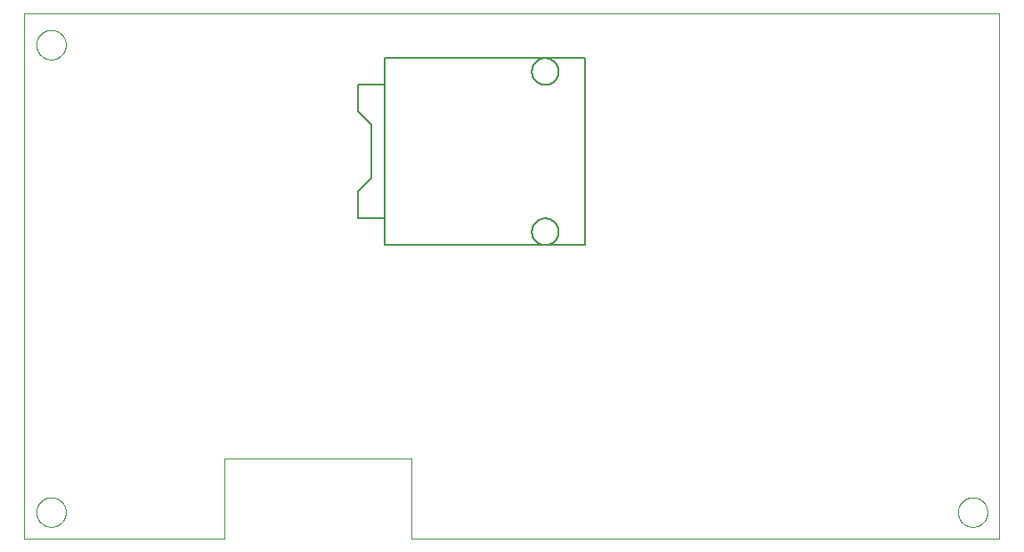
<source format=gbo>
G75*
%MOIN*%
%OFA0B0*%
%FSLAX25Y25*%
%IPPOS*%
%LPD*%
%AMOC8*
5,1,8,0,0,1.08239X$1,22.5*
%
%ADD10C,0.00000*%
%ADD11C,0.00500*%
D10*
X0001500Y0001500D02*
X0076500Y0001500D01*
X0076500Y0031500D01*
X0146500Y0031500D01*
X0146500Y0001500D01*
X0366500Y0001500D01*
X0366500Y0198350D01*
X0001500Y0198350D01*
X0001500Y0001500D01*
X0005988Y0011500D02*
X0005990Y0011648D01*
X0005996Y0011796D01*
X0006006Y0011944D01*
X0006020Y0012091D01*
X0006038Y0012238D01*
X0006059Y0012384D01*
X0006085Y0012530D01*
X0006115Y0012675D01*
X0006148Y0012819D01*
X0006186Y0012962D01*
X0006227Y0013104D01*
X0006272Y0013245D01*
X0006320Y0013385D01*
X0006373Y0013524D01*
X0006429Y0013661D01*
X0006489Y0013796D01*
X0006552Y0013930D01*
X0006619Y0014062D01*
X0006690Y0014192D01*
X0006764Y0014320D01*
X0006841Y0014446D01*
X0006922Y0014570D01*
X0007006Y0014692D01*
X0007093Y0014811D01*
X0007184Y0014928D01*
X0007278Y0015043D01*
X0007374Y0015155D01*
X0007474Y0015265D01*
X0007576Y0015371D01*
X0007682Y0015475D01*
X0007790Y0015576D01*
X0007901Y0015674D01*
X0008014Y0015770D01*
X0008130Y0015862D01*
X0008248Y0015951D01*
X0008369Y0016036D01*
X0008492Y0016119D01*
X0008617Y0016198D01*
X0008744Y0016274D01*
X0008873Y0016346D01*
X0009004Y0016415D01*
X0009137Y0016480D01*
X0009272Y0016541D01*
X0009408Y0016599D01*
X0009545Y0016654D01*
X0009684Y0016704D01*
X0009825Y0016751D01*
X0009966Y0016794D01*
X0010109Y0016834D01*
X0010253Y0016869D01*
X0010397Y0016901D01*
X0010543Y0016928D01*
X0010689Y0016952D01*
X0010836Y0016972D01*
X0010983Y0016988D01*
X0011130Y0017000D01*
X0011278Y0017008D01*
X0011426Y0017012D01*
X0011574Y0017012D01*
X0011722Y0017008D01*
X0011870Y0017000D01*
X0012017Y0016988D01*
X0012164Y0016972D01*
X0012311Y0016952D01*
X0012457Y0016928D01*
X0012603Y0016901D01*
X0012747Y0016869D01*
X0012891Y0016834D01*
X0013034Y0016794D01*
X0013175Y0016751D01*
X0013316Y0016704D01*
X0013455Y0016654D01*
X0013592Y0016599D01*
X0013728Y0016541D01*
X0013863Y0016480D01*
X0013996Y0016415D01*
X0014127Y0016346D01*
X0014256Y0016274D01*
X0014383Y0016198D01*
X0014508Y0016119D01*
X0014631Y0016036D01*
X0014752Y0015951D01*
X0014870Y0015862D01*
X0014986Y0015770D01*
X0015099Y0015674D01*
X0015210Y0015576D01*
X0015318Y0015475D01*
X0015424Y0015371D01*
X0015526Y0015265D01*
X0015626Y0015155D01*
X0015722Y0015043D01*
X0015816Y0014928D01*
X0015907Y0014811D01*
X0015994Y0014692D01*
X0016078Y0014570D01*
X0016159Y0014446D01*
X0016236Y0014320D01*
X0016310Y0014192D01*
X0016381Y0014062D01*
X0016448Y0013930D01*
X0016511Y0013796D01*
X0016571Y0013661D01*
X0016627Y0013524D01*
X0016680Y0013385D01*
X0016728Y0013245D01*
X0016773Y0013104D01*
X0016814Y0012962D01*
X0016852Y0012819D01*
X0016885Y0012675D01*
X0016915Y0012530D01*
X0016941Y0012384D01*
X0016962Y0012238D01*
X0016980Y0012091D01*
X0016994Y0011944D01*
X0017004Y0011796D01*
X0017010Y0011648D01*
X0017012Y0011500D01*
X0017010Y0011352D01*
X0017004Y0011204D01*
X0016994Y0011056D01*
X0016980Y0010909D01*
X0016962Y0010762D01*
X0016941Y0010616D01*
X0016915Y0010470D01*
X0016885Y0010325D01*
X0016852Y0010181D01*
X0016814Y0010038D01*
X0016773Y0009896D01*
X0016728Y0009755D01*
X0016680Y0009615D01*
X0016627Y0009476D01*
X0016571Y0009339D01*
X0016511Y0009204D01*
X0016448Y0009070D01*
X0016381Y0008938D01*
X0016310Y0008808D01*
X0016236Y0008680D01*
X0016159Y0008554D01*
X0016078Y0008430D01*
X0015994Y0008308D01*
X0015907Y0008189D01*
X0015816Y0008072D01*
X0015722Y0007957D01*
X0015626Y0007845D01*
X0015526Y0007735D01*
X0015424Y0007629D01*
X0015318Y0007525D01*
X0015210Y0007424D01*
X0015099Y0007326D01*
X0014986Y0007230D01*
X0014870Y0007138D01*
X0014752Y0007049D01*
X0014631Y0006964D01*
X0014508Y0006881D01*
X0014383Y0006802D01*
X0014256Y0006726D01*
X0014127Y0006654D01*
X0013996Y0006585D01*
X0013863Y0006520D01*
X0013728Y0006459D01*
X0013592Y0006401D01*
X0013455Y0006346D01*
X0013316Y0006296D01*
X0013175Y0006249D01*
X0013034Y0006206D01*
X0012891Y0006166D01*
X0012747Y0006131D01*
X0012603Y0006099D01*
X0012457Y0006072D01*
X0012311Y0006048D01*
X0012164Y0006028D01*
X0012017Y0006012D01*
X0011870Y0006000D01*
X0011722Y0005992D01*
X0011574Y0005988D01*
X0011426Y0005988D01*
X0011278Y0005992D01*
X0011130Y0006000D01*
X0010983Y0006012D01*
X0010836Y0006028D01*
X0010689Y0006048D01*
X0010543Y0006072D01*
X0010397Y0006099D01*
X0010253Y0006131D01*
X0010109Y0006166D01*
X0009966Y0006206D01*
X0009825Y0006249D01*
X0009684Y0006296D01*
X0009545Y0006346D01*
X0009408Y0006401D01*
X0009272Y0006459D01*
X0009137Y0006520D01*
X0009004Y0006585D01*
X0008873Y0006654D01*
X0008744Y0006726D01*
X0008617Y0006802D01*
X0008492Y0006881D01*
X0008369Y0006964D01*
X0008248Y0007049D01*
X0008130Y0007138D01*
X0008014Y0007230D01*
X0007901Y0007326D01*
X0007790Y0007424D01*
X0007682Y0007525D01*
X0007576Y0007629D01*
X0007474Y0007735D01*
X0007374Y0007845D01*
X0007278Y0007957D01*
X0007184Y0008072D01*
X0007093Y0008189D01*
X0007006Y0008308D01*
X0006922Y0008430D01*
X0006841Y0008554D01*
X0006764Y0008680D01*
X0006690Y0008808D01*
X0006619Y0008938D01*
X0006552Y0009070D01*
X0006489Y0009204D01*
X0006429Y0009339D01*
X0006373Y0009476D01*
X0006320Y0009615D01*
X0006272Y0009755D01*
X0006227Y0009896D01*
X0006186Y0010038D01*
X0006148Y0010181D01*
X0006115Y0010325D01*
X0006085Y0010470D01*
X0006059Y0010616D01*
X0006038Y0010762D01*
X0006020Y0010909D01*
X0006006Y0011056D01*
X0005996Y0011204D01*
X0005990Y0011352D01*
X0005988Y0011500D01*
X0005988Y0186500D02*
X0005990Y0186648D01*
X0005996Y0186796D01*
X0006006Y0186944D01*
X0006020Y0187091D01*
X0006038Y0187238D01*
X0006059Y0187384D01*
X0006085Y0187530D01*
X0006115Y0187675D01*
X0006148Y0187819D01*
X0006186Y0187962D01*
X0006227Y0188104D01*
X0006272Y0188245D01*
X0006320Y0188385D01*
X0006373Y0188524D01*
X0006429Y0188661D01*
X0006489Y0188796D01*
X0006552Y0188930D01*
X0006619Y0189062D01*
X0006690Y0189192D01*
X0006764Y0189320D01*
X0006841Y0189446D01*
X0006922Y0189570D01*
X0007006Y0189692D01*
X0007093Y0189811D01*
X0007184Y0189928D01*
X0007278Y0190043D01*
X0007374Y0190155D01*
X0007474Y0190265D01*
X0007576Y0190371D01*
X0007682Y0190475D01*
X0007790Y0190576D01*
X0007901Y0190674D01*
X0008014Y0190770D01*
X0008130Y0190862D01*
X0008248Y0190951D01*
X0008369Y0191036D01*
X0008492Y0191119D01*
X0008617Y0191198D01*
X0008744Y0191274D01*
X0008873Y0191346D01*
X0009004Y0191415D01*
X0009137Y0191480D01*
X0009272Y0191541D01*
X0009408Y0191599D01*
X0009545Y0191654D01*
X0009684Y0191704D01*
X0009825Y0191751D01*
X0009966Y0191794D01*
X0010109Y0191834D01*
X0010253Y0191869D01*
X0010397Y0191901D01*
X0010543Y0191928D01*
X0010689Y0191952D01*
X0010836Y0191972D01*
X0010983Y0191988D01*
X0011130Y0192000D01*
X0011278Y0192008D01*
X0011426Y0192012D01*
X0011574Y0192012D01*
X0011722Y0192008D01*
X0011870Y0192000D01*
X0012017Y0191988D01*
X0012164Y0191972D01*
X0012311Y0191952D01*
X0012457Y0191928D01*
X0012603Y0191901D01*
X0012747Y0191869D01*
X0012891Y0191834D01*
X0013034Y0191794D01*
X0013175Y0191751D01*
X0013316Y0191704D01*
X0013455Y0191654D01*
X0013592Y0191599D01*
X0013728Y0191541D01*
X0013863Y0191480D01*
X0013996Y0191415D01*
X0014127Y0191346D01*
X0014256Y0191274D01*
X0014383Y0191198D01*
X0014508Y0191119D01*
X0014631Y0191036D01*
X0014752Y0190951D01*
X0014870Y0190862D01*
X0014986Y0190770D01*
X0015099Y0190674D01*
X0015210Y0190576D01*
X0015318Y0190475D01*
X0015424Y0190371D01*
X0015526Y0190265D01*
X0015626Y0190155D01*
X0015722Y0190043D01*
X0015816Y0189928D01*
X0015907Y0189811D01*
X0015994Y0189692D01*
X0016078Y0189570D01*
X0016159Y0189446D01*
X0016236Y0189320D01*
X0016310Y0189192D01*
X0016381Y0189062D01*
X0016448Y0188930D01*
X0016511Y0188796D01*
X0016571Y0188661D01*
X0016627Y0188524D01*
X0016680Y0188385D01*
X0016728Y0188245D01*
X0016773Y0188104D01*
X0016814Y0187962D01*
X0016852Y0187819D01*
X0016885Y0187675D01*
X0016915Y0187530D01*
X0016941Y0187384D01*
X0016962Y0187238D01*
X0016980Y0187091D01*
X0016994Y0186944D01*
X0017004Y0186796D01*
X0017010Y0186648D01*
X0017012Y0186500D01*
X0017010Y0186352D01*
X0017004Y0186204D01*
X0016994Y0186056D01*
X0016980Y0185909D01*
X0016962Y0185762D01*
X0016941Y0185616D01*
X0016915Y0185470D01*
X0016885Y0185325D01*
X0016852Y0185181D01*
X0016814Y0185038D01*
X0016773Y0184896D01*
X0016728Y0184755D01*
X0016680Y0184615D01*
X0016627Y0184476D01*
X0016571Y0184339D01*
X0016511Y0184204D01*
X0016448Y0184070D01*
X0016381Y0183938D01*
X0016310Y0183808D01*
X0016236Y0183680D01*
X0016159Y0183554D01*
X0016078Y0183430D01*
X0015994Y0183308D01*
X0015907Y0183189D01*
X0015816Y0183072D01*
X0015722Y0182957D01*
X0015626Y0182845D01*
X0015526Y0182735D01*
X0015424Y0182629D01*
X0015318Y0182525D01*
X0015210Y0182424D01*
X0015099Y0182326D01*
X0014986Y0182230D01*
X0014870Y0182138D01*
X0014752Y0182049D01*
X0014631Y0181964D01*
X0014508Y0181881D01*
X0014383Y0181802D01*
X0014256Y0181726D01*
X0014127Y0181654D01*
X0013996Y0181585D01*
X0013863Y0181520D01*
X0013728Y0181459D01*
X0013592Y0181401D01*
X0013455Y0181346D01*
X0013316Y0181296D01*
X0013175Y0181249D01*
X0013034Y0181206D01*
X0012891Y0181166D01*
X0012747Y0181131D01*
X0012603Y0181099D01*
X0012457Y0181072D01*
X0012311Y0181048D01*
X0012164Y0181028D01*
X0012017Y0181012D01*
X0011870Y0181000D01*
X0011722Y0180992D01*
X0011574Y0180988D01*
X0011426Y0180988D01*
X0011278Y0180992D01*
X0011130Y0181000D01*
X0010983Y0181012D01*
X0010836Y0181028D01*
X0010689Y0181048D01*
X0010543Y0181072D01*
X0010397Y0181099D01*
X0010253Y0181131D01*
X0010109Y0181166D01*
X0009966Y0181206D01*
X0009825Y0181249D01*
X0009684Y0181296D01*
X0009545Y0181346D01*
X0009408Y0181401D01*
X0009272Y0181459D01*
X0009137Y0181520D01*
X0009004Y0181585D01*
X0008873Y0181654D01*
X0008744Y0181726D01*
X0008617Y0181802D01*
X0008492Y0181881D01*
X0008369Y0181964D01*
X0008248Y0182049D01*
X0008130Y0182138D01*
X0008014Y0182230D01*
X0007901Y0182326D01*
X0007790Y0182424D01*
X0007682Y0182525D01*
X0007576Y0182629D01*
X0007474Y0182735D01*
X0007374Y0182845D01*
X0007278Y0182957D01*
X0007184Y0183072D01*
X0007093Y0183189D01*
X0007006Y0183308D01*
X0006922Y0183430D01*
X0006841Y0183554D01*
X0006764Y0183680D01*
X0006690Y0183808D01*
X0006619Y0183938D01*
X0006552Y0184070D01*
X0006489Y0184204D01*
X0006429Y0184339D01*
X0006373Y0184476D01*
X0006320Y0184615D01*
X0006272Y0184755D01*
X0006227Y0184896D01*
X0006186Y0185038D01*
X0006148Y0185181D01*
X0006115Y0185325D01*
X0006085Y0185470D01*
X0006059Y0185616D01*
X0006038Y0185762D01*
X0006020Y0185909D01*
X0006006Y0186056D01*
X0005996Y0186204D01*
X0005990Y0186352D01*
X0005988Y0186500D01*
X0350988Y0011500D02*
X0350990Y0011648D01*
X0350996Y0011796D01*
X0351006Y0011944D01*
X0351020Y0012091D01*
X0351038Y0012238D01*
X0351059Y0012384D01*
X0351085Y0012530D01*
X0351115Y0012675D01*
X0351148Y0012819D01*
X0351186Y0012962D01*
X0351227Y0013104D01*
X0351272Y0013245D01*
X0351320Y0013385D01*
X0351373Y0013524D01*
X0351429Y0013661D01*
X0351489Y0013796D01*
X0351552Y0013930D01*
X0351619Y0014062D01*
X0351690Y0014192D01*
X0351764Y0014320D01*
X0351841Y0014446D01*
X0351922Y0014570D01*
X0352006Y0014692D01*
X0352093Y0014811D01*
X0352184Y0014928D01*
X0352278Y0015043D01*
X0352374Y0015155D01*
X0352474Y0015265D01*
X0352576Y0015371D01*
X0352682Y0015475D01*
X0352790Y0015576D01*
X0352901Y0015674D01*
X0353014Y0015770D01*
X0353130Y0015862D01*
X0353248Y0015951D01*
X0353369Y0016036D01*
X0353492Y0016119D01*
X0353617Y0016198D01*
X0353744Y0016274D01*
X0353873Y0016346D01*
X0354004Y0016415D01*
X0354137Y0016480D01*
X0354272Y0016541D01*
X0354408Y0016599D01*
X0354545Y0016654D01*
X0354684Y0016704D01*
X0354825Y0016751D01*
X0354966Y0016794D01*
X0355109Y0016834D01*
X0355253Y0016869D01*
X0355397Y0016901D01*
X0355543Y0016928D01*
X0355689Y0016952D01*
X0355836Y0016972D01*
X0355983Y0016988D01*
X0356130Y0017000D01*
X0356278Y0017008D01*
X0356426Y0017012D01*
X0356574Y0017012D01*
X0356722Y0017008D01*
X0356870Y0017000D01*
X0357017Y0016988D01*
X0357164Y0016972D01*
X0357311Y0016952D01*
X0357457Y0016928D01*
X0357603Y0016901D01*
X0357747Y0016869D01*
X0357891Y0016834D01*
X0358034Y0016794D01*
X0358175Y0016751D01*
X0358316Y0016704D01*
X0358455Y0016654D01*
X0358592Y0016599D01*
X0358728Y0016541D01*
X0358863Y0016480D01*
X0358996Y0016415D01*
X0359127Y0016346D01*
X0359256Y0016274D01*
X0359383Y0016198D01*
X0359508Y0016119D01*
X0359631Y0016036D01*
X0359752Y0015951D01*
X0359870Y0015862D01*
X0359986Y0015770D01*
X0360099Y0015674D01*
X0360210Y0015576D01*
X0360318Y0015475D01*
X0360424Y0015371D01*
X0360526Y0015265D01*
X0360626Y0015155D01*
X0360722Y0015043D01*
X0360816Y0014928D01*
X0360907Y0014811D01*
X0360994Y0014692D01*
X0361078Y0014570D01*
X0361159Y0014446D01*
X0361236Y0014320D01*
X0361310Y0014192D01*
X0361381Y0014062D01*
X0361448Y0013930D01*
X0361511Y0013796D01*
X0361571Y0013661D01*
X0361627Y0013524D01*
X0361680Y0013385D01*
X0361728Y0013245D01*
X0361773Y0013104D01*
X0361814Y0012962D01*
X0361852Y0012819D01*
X0361885Y0012675D01*
X0361915Y0012530D01*
X0361941Y0012384D01*
X0361962Y0012238D01*
X0361980Y0012091D01*
X0361994Y0011944D01*
X0362004Y0011796D01*
X0362010Y0011648D01*
X0362012Y0011500D01*
X0362010Y0011352D01*
X0362004Y0011204D01*
X0361994Y0011056D01*
X0361980Y0010909D01*
X0361962Y0010762D01*
X0361941Y0010616D01*
X0361915Y0010470D01*
X0361885Y0010325D01*
X0361852Y0010181D01*
X0361814Y0010038D01*
X0361773Y0009896D01*
X0361728Y0009755D01*
X0361680Y0009615D01*
X0361627Y0009476D01*
X0361571Y0009339D01*
X0361511Y0009204D01*
X0361448Y0009070D01*
X0361381Y0008938D01*
X0361310Y0008808D01*
X0361236Y0008680D01*
X0361159Y0008554D01*
X0361078Y0008430D01*
X0360994Y0008308D01*
X0360907Y0008189D01*
X0360816Y0008072D01*
X0360722Y0007957D01*
X0360626Y0007845D01*
X0360526Y0007735D01*
X0360424Y0007629D01*
X0360318Y0007525D01*
X0360210Y0007424D01*
X0360099Y0007326D01*
X0359986Y0007230D01*
X0359870Y0007138D01*
X0359752Y0007049D01*
X0359631Y0006964D01*
X0359508Y0006881D01*
X0359383Y0006802D01*
X0359256Y0006726D01*
X0359127Y0006654D01*
X0358996Y0006585D01*
X0358863Y0006520D01*
X0358728Y0006459D01*
X0358592Y0006401D01*
X0358455Y0006346D01*
X0358316Y0006296D01*
X0358175Y0006249D01*
X0358034Y0006206D01*
X0357891Y0006166D01*
X0357747Y0006131D01*
X0357603Y0006099D01*
X0357457Y0006072D01*
X0357311Y0006048D01*
X0357164Y0006028D01*
X0357017Y0006012D01*
X0356870Y0006000D01*
X0356722Y0005992D01*
X0356574Y0005988D01*
X0356426Y0005988D01*
X0356278Y0005992D01*
X0356130Y0006000D01*
X0355983Y0006012D01*
X0355836Y0006028D01*
X0355689Y0006048D01*
X0355543Y0006072D01*
X0355397Y0006099D01*
X0355253Y0006131D01*
X0355109Y0006166D01*
X0354966Y0006206D01*
X0354825Y0006249D01*
X0354684Y0006296D01*
X0354545Y0006346D01*
X0354408Y0006401D01*
X0354272Y0006459D01*
X0354137Y0006520D01*
X0354004Y0006585D01*
X0353873Y0006654D01*
X0353744Y0006726D01*
X0353617Y0006802D01*
X0353492Y0006881D01*
X0353369Y0006964D01*
X0353248Y0007049D01*
X0353130Y0007138D01*
X0353014Y0007230D01*
X0352901Y0007326D01*
X0352790Y0007424D01*
X0352682Y0007525D01*
X0352576Y0007629D01*
X0352474Y0007735D01*
X0352374Y0007845D01*
X0352278Y0007957D01*
X0352184Y0008072D01*
X0352093Y0008189D01*
X0352006Y0008308D01*
X0351922Y0008430D01*
X0351841Y0008554D01*
X0351764Y0008680D01*
X0351690Y0008808D01*
X0351619Y0008938D01*
X0351552Y0009070D01*
X0351489Y0009204D01*
X0351429Y0009339D01*
X0351373Y0009476D01*
X0351320Y0009615D01*
X0351272Y0009755D01*
X0351227Y0009896D01*
X0351186Y0010038D01*
X0351148Y0010181D01*
X0351115Y0010325D01*
X0351085Y0010470D01*
X0351059Y0010616D01*
X0351038Y0010762D01*
X0351020Y0010909D01*
X0351006Y0011056D01*
X0350996Y0011204D01*
X0350990Y0011352D01*
X0350988Y0011500D01*
D11*
X0211500Y0111500D02*
X0136500Y0111500D01*
X0136500Y0121500D01*
X0126500Y0121500D01*
X0126500Y0131500D01*
X0131500Y0136500D01*
X0131500Y0156500D01*
X0126500Y0161500D01*
X0126500Y0171500D01*
X0136500Y0171500D01*
X0136500Y0121500D01*
X0191500Y0116500D02*
X0191502Y0116641D01*
X0191508Y0116782D01*
X0191518Y0116922D01*
X0191532Y0117062D01*
X0191550Y0117202D01*
X0191571Y0117341D01*
X0191597Y0117480D01*
X0191626Y0117618D01*
X0191660Y0117754D01*
X0191697Y0117890D01*
X0191738Y0118025D01*
X0191783Y0118159D01*
X0191832Y0118291D01*
X0191884Y0118422D01*
X0191940Y0118551D01*
X0192000Y0118678D01*
X0192063Y0118804D01*
X0192129Y0118928D01*
X0192200Y0119051D01*
X0192273Y0119171D01*
X0192350Y0119289D01*
X0192430Y0119405D01*
X0192514Y0119518D01*
X0192600Y0119629D01*
X0192690Y0119738D01*
X0192783Y0119844D01*
X0192878Y0119947D01*
X0192977Y0120048D01*
X0193078Y0120146D01*
X0193182Y0120241D01*
X0193289Y0120333D01*
X0193398Y0120422D01*
X0193510Y0120507D01*
X0193624Y0120590D01*
X0193740Y0120670D01*
X0193859Y0120746D01*
X0193980Y0120818D01*
X0194102Y0120888D01*
X0194227Y0120953D01*
X0194353Y0121016D01*
X0194481Y0121074D01*
X0194611Y0121129D01*
X0194742Y0121181D01*
X0194875Y0121228D01*
X0195009Y0121272D01*
X0195144Y0121313D01*
X0195280Y0121349D01*
X0195417Y0121381D01*
X0195555Y0121410D01*
X0195693Y0121435D01*
X0195833Y0121455D01*
X0195973Y0121472D01*
X0196113Y0121485D01*
X0196254Y0121494D01*
X0196394Y0121499D01*
X0196535Y0121500D01*
X0196676Y0121497D01*
X0196817Y0121490D01*
X0196957Y0121479D01*
X0197097Y0121464D01*
X0197237Y0121445D01*
X0197376Y0121423D01*
X0197514Y0121396D01*
X0197652Y0121366D01*
X0197788Y0121331D01*
X0197924Y0121293D01*
X0198058Y0121251D01*
X0198192Y0121205D01*
X0198324Y0121156D01*
X0198454Y0121102D01*
X0198583Y0121045D01*
X0198710Y0120985D01*
X0198836Y0120921D01*
X0198959Y0120853D01*
X0199081Y0120782D01*
X0199201Y0120708D01*
X0199318Y0120630D01*
X0199433Y0120549D01*
X0199546Y0120465D01*
X0199657Y0120378D01*
X0199765Y0120287D01*
X0199870Y0120194D01*
X0199973Y0120097D01*
X0200073Y0119998D01*
X0200170Y0119896D01*
X0200264Y0119791D01*
X0200355Y0119684D01*
X0200443Y0119574D01*
X0200528Y0119462D01*
X0200610Y0119347D01*
X0200689Y0119230D01*
X0200764Y0119111D01*
X0200836Y0118990D01*
X0200904Y0118867D01*
X0200969Y0118742D01*
X0201031Y0118615D01*
X0201088Y0118486D01*
X0201143Y0118356D01*
X0201193Y0118225D01*
X0201240Y0118092D01*
X0201283Y0117958D01*
X0201322Y0117822D01*
X0201357Y0117686D01*
X0201389Y0117549D01*
X0201416Y0117411D01*
X0201440Y0117272D01*
X0201460Y0117132D01*
X0201476Y0116992D01*
X0201488Y0116852D01*
X0201496Y0116711D01*
X0201500Y0116570D01*
X0201500Y0116430D01*
X0201496Y0116289D01*
X0201488Y0116148D01*
X0201476Y0116008D01*
X0201460Y0115868D01*
X0201440Y0115728D01*
X0201416Y0115589D01*
X0201389Y0115451D01*
X0201357Y0115314D01*
X0201322Y0115178D01*
X0201283Y0115042D01*
X0201240Y0114908D01*
X0201193Y0114775D01*
X0201143Y0114644D01*
X0201088Y0114514D01*
X0201031Y0114385D01*
X0200969Y0114258D01*
X0200904Y0114133D01*
X0200836Y0114010D01*
X0200764Y0113889D01*
X0200689Y0113770D01*
X0200610Y0113653D01*
X0200528Y0113538D01*
X0200443Y0113426D01*
X0200355Y0113316D01*
X0200264Y0113209D01*
X0200170Y0113104D01*
X0200073Y0113002D01*
X0199973Y0112903D01*
X0199870Y0112806D01*
X0199765Y0112713D01*
X0199657Y0112622D01*
X0199546Y0112535D01*
X0199433Y0112451D01*
X0199318Y0112370D01*
X0199201Y0112292D01*
X0199081Y0112218D01*
X0198959Y0112147D01*
X0198836Y0112079D01*
X0198710Y0112015D01*
X0198583Y0111955D01*
X0198454Y0111898D01*
X0198324Y0111844D01*
X0198192Y0111795D01*
X0198058Y0111749D01*
X0197924Y0111707D01*
X0197788Y0111669D01*
X0197652Y0111634D01*
X0197514Y0111604D01*
X0197376Y0111577D01*
X0197237Y0111555D01*
X0197097Y0111536D01*
X0196957Y0111521D01*
X0196817Y0111510D01*
X0196676Y0111503D01*
X0196535Y0111500D01*
X0196394Y0111501D01*
X0196254Y0111506D01*
X0196113Y0111515D01*
X0195973Y0111528D01*
X0195833Y0111545D01*
X0195693Y0111565D01*
X0195555Y0111590D01*
X0195417Y0111619D01*
X0195280Y0111651D01*
X0195144Y0111687D01*
X0195009Y0111728D01*
X0194875Y0111772D01*
X0194742Y0111819D01*
X0194611Y0111871D01*
X0194481Y0111926D01*
X0194353Y0111984D01*
X0194227Y0112047D01*
X0194102Y0112112D01*
X0193980Y0112182D01*
X0193859Y0112254D01*
X0193740Y0112330D01*
X0193624Y0112410D01*
X0193510Y0112493D01*
X0193398Y0112578D01*
X0193289Y0112667D01*
X0193182Y0112759D01*
X0193078Y0112854D01*
X0192977Y0112952D01*
X0192878Y0113053D01*
X0192783Y0113156D01*
X0192690Y0113262D01*
X0192600Y0113371D01*
X0192514Y0113482D01*
X0192430Y0113595D01*
X0192350Y0113711D01*
X0192273Y0113829D01*
X0192200Y0113949D01*
X0192129Y0114072D01*
X0192063Y0114196D01*
X0192000Y0114322D01*
X0191940Y0114449D01*
X0191884Y0114578D01*
X0191832Y0114709D01*
X0191783Y0114841D01*
X0191738Y0114975D01*
X0191697Y0115110D01*
X0191660Y0115246D01*
X0191626Y0115382D01*
X0191597Y0115520D01*
X0191571Y0115659D01*
X0191550Y0115798D01*
X0191532Y0115938D01*
X0191518Y0116078D01*
X0191508Y0116218D01*
X0191502Y0116359D01*
X0191500Y0116500D01*
X0211500Y0111500D02*
X0211500Y0181500D01*
X0136500Y0181500D01*
X0136500Y0171500D01*
X0191500Y0176500D02*
X0191502Y0176641D01*
X0191508Y0176782D01*
X0191518Y0176922D01*
X0191532Y0177062D01*
X0191550Y0177202D01*
X0191571Y0177341D01*
X0191597Y0177480D01*
X0191626Y0177618D01*
X0191660Y0177754D01*
X0191697Y0177890D01*
X0191738Y0178025D01*
X0191783Y0178159D01*
X0191832Y0178291D01*
X0191884Y0178422D01*
X0191940Y0178551D01*
X0192000Y0178678D01*
X0192063Y0178804D01*
X0192129Y0178928D01*
X0192200Y0179051D01*
X0192273Y0179171D01*
X0192350Y0179289D01*
X0192430Y0179405D01*
X0192514Y0179518D01*
X0192600Y0179629D01*
X0192690Y0179738D01*
X0192783Y0179844D01*
X0192878Y0179947D01*
X0192977Y0180048D01*
X0193078Y0180146D01*
X0193182Y0180241D01*
X0193289Y0180333D01*
X0193398Y0180422D01*
X0193510Y0180507D01*
X0193624Y0180590D01*
X0193740Y0180670D01*
X0193859Y0180746D01*
X0193980Y0180818D01*
X0194102Y0180888D01*
X0194227Y0180953D01*
X0194353Y0181016D01*
X0194481Y0181074D01*
X0194611Y0181129D01*
X0194742Y0181181D01*
X0194875Y0181228D01*
X0195009Y0181272D01*
X0195144Y0181313D01*
X0195280Y0181349D01*
X0195417Y0181381D01*
X0195555Y0181410D01*
X0195693Y0181435D01*
X0195833Y0181455D01*
X0195973Y0181472D01*
X0196113Y0181485D01*
X0196254Y0181494D01*
X0196394Y0181499D01*
X0196535Y0181500D01*
X0196676Y0181497D01*
X0196817Y0181490D01*
X0196957Y0181479D01*
X0197097Y0181464D01*
X0197237Y0181445D01*
X0197376Y0181423D01*
X0197514Y0181396D01*
X0197652Y0181366D01*
X0197788Y0181331D01*
X0197924Y0181293D01*
X0198058Y0181251D01*
X0198192Y0181205D01*
X0198324Y0181156D01*
X0198454Y0181102D01*
X0198583Y0181045D01*
X0198710Y0180985D01*
X0198836Y0180921D01*
X0198959Y0180853D01*
X0199081Y0180782D01*
X0199201Y0180708D01*
X0199318Y0180630D01*
X0199433Y0180549D01*
X0199546Y0180465D01*
X0199657Y0180378D01*
X0199765Y0180287D01*
X0199870Y0180194D01*
X0199973Y0180097D01*
X0200073Y0179998D01*
X0200170Y0179896D01*
X0200264Y0179791D01*
X0200355Y0179684D01*
X0200443Y0179574D01*
X0200528Y0179462D01*
X0200610Y0179347D01*
X0200689Y0179230D01*
X0200764Y0179111D01*
X0200836Y0178990D01*
X0200904Y0178867D01*
X0200969Y0178742D01*
X0201031Y0178615D01*
X0201088Y0178486D01*
X0201143Y0178356D01*
X0201193Y0178225D01*
X0201240Y0178092D01*
X0201283Y0177958D01*
X0201322Y0177822D01*
X0201357Y0177686D01*
X0201389Y0177549D01*
X0201416Y0177411D01*
X0201440Y0177272D01*
X0201460Y0177132D01*
X0201476Y0176992D01*
X0201488Y0176852D01*
X0201496Y0176711D01*
X0201500Y0176570D01*
X0201500Y0176430D01*
X0201496Y0176289D01*
X0201488Y0176148D01*
X0201476Y0176008D01*
X0201460Y0175868D01*
X0201440Y0175728D01*
X0201416Y0175589D01*
X0201389Y0175451D01*
X0201357Y0175314D01*
X0201322Y0175178D01*
X0201283Y0175042D01*
X0201240Y0174908D01*
X0201193Y0174775D01*
X0201143Y0174644D01*
X0201088Y0174514D01*
X0201031Y0174385D01*
X0200969Y0174258D01*
X0200904Y0174133D01*
X0200836Y0174010D01*
X0200764Y0173889D01*
X0200689Y0173770D01*
X0200610Y0173653D01*
X0200528Y0173538D01*
X0200443Y0173426D01*
X0200355Y0173316D01*
X0200264Y0173209D01*
X0200170Y0173104D01*
X0200073Y0173002D01*
X0199973Y0172903D01*
X0199870Y0172806D01*
X0199765Y0172713D01*
X0199657Y0172622D01*
X0199546Y0172535D01*
X0199433Y0172451D01*
X0199318Y0172370D01*
X0199201Y0172292D01*
X0199081Y0172218D01*
X0198959Y0172147D01*
X0198836Y0172079D01*
X0198710Y0172015D01*
X0198583Y0171955D01*
X0198454Y0171898D01*
X0198324Y0171844D01*
X0198192Y0171795D01*
X0198058Y0171749D01*
X0197924Y0171707D01*
X0197788Y0171669D01*
X0197652Y0171634D01*
X0197514Y0171604D01*
X0197376Y0171577D01*
X0197237Y0171555D01*
X0197097Y0171536D01*
X0196957Y0171521D01*
X0196817Y0171510D01*
X0196676Y0171503D01*
X0196535Y0171500D01*
X0196394Y0171501D01*
X0196254Y0171506D01*
X0196113Y0171515D01*
X0195973Y0171528D01*
X0195833Y0171545D01*
X0195693Y0171565D01*
X0195555Y0171590D01*
X0195417Y0171619D01*
X0195280Y0171651D01*
X0195144Y0171687D01*
X0195009Y0171728D01*
X0194875Y0171772D01*
X0194742Y0171819D01*
X0194611Y0171871D01*
X0194481Y0171926D01*
X0194353Y0171984D01*
X0194227Y0172047D01*
X0194102Y0172112D01*
X0193980Y0172182D01*
X0193859Y0172254D01*
X0193740Y0172330D01*
X0193624Y0172410D01*
X0193510Y0172493D01*
X0193398Y0172578D01*
X0193289Y0172667D01*
X0193182Y0172759D01*
X0193078Y0172854D01*
X0192977Y0172952D01*
X0192878Y0173053D01*
X0192783Y0173156D01*
X0192690Y0173262D01*
X0192600Y0173371D01*
X0192514Y0173482D01*
X0192430Y0173595D01*
X0192350Y0173711D01*
X0192273Y0173829D01*
X0192200Y0173949D01*
X0192129Y0174072D01*
X0192063Y0174196D01*
X0192000Y0174322D01*
X0191940Y0174449D01*
X0191884Y0174578D01*
X0191832Y0174709D01*
X0191783Y0174841D01*
X0191738Y0174975D01*
X0191697Y0175110D01*
X0191660Y0175246D01*
X0191626Y0175382D01*
X0191597Y0175520D01*
X0191571Y0175659D01*
X0191550Y0175798D01*
X0191532Y0175938D01*
X0191518Y0176078D01*
X0191508Y0176218D01*
X0191502Y0176359D01*
X0191500Y0176500D01*
M02*

</source>
